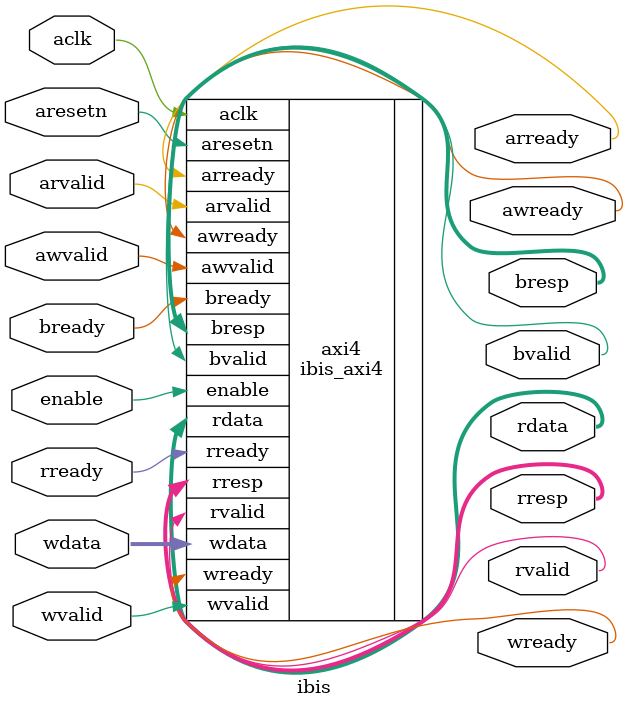
<source format=v>
/**
 *  Copyright 2025 Roland Metivier
 *
 *  SPDX-License-Identifier: Apache-2.0 WITH SHL-2.1
 *
 *  Licensed under the Solderpad Hardware License v 2.1 (the "License"); you may
 *  not use this file except in compliance with the License, or, at your option,
 *  the Apache License version 2.0.
 *
 *  You may obtain a copy of the License at
 *
 *  https://solderpad.org/licenses/SHL-2.1/
 *
 *  Unless required by applicable law or agreed to in writing, any work
 *  distributed under the License is distributed on an "AS IS" BASIS, WITHOUT
 *  WARRANTIES OR CONDITIONS OF ANY KIND, either express or implied.
 *
 *  See the License for the specific language governing permissions and
 *  limitations under the License.
 */
`timescale 1ns / 1ps
`default_nettype none
module ibis
 (input wire aclk,
  input wire aresetn,
  input wire enable,
  // ==========================================================================
  // AXI4 write address bus
  // TODO: awaddr
  input wire awvalid,
  output wire awready,
  // AXI4 write data bus
  input wire [31:0] wdata,
  input wire wvalid,
  output wire wready,
  // AXI4 write response bus
  output wire [1:0] bresp,
  output wire bvalid,
  input wire bready,
  // ==========================================================================
  // AXI4 read address bus
  // TODO: araddr
  input wire arvalid,
  output wire arready,
  // AXI4 read data bus
  output wire [31:0] rdata,
  output wire [1:0] rresp,
  output wire rvalid,
  input wire rready);

  ibis_axi4 axi4(
    .aclk(aclk),
    .aresetn(aresetn),
    .enable(enable),
    .awvalid(awvalid),
    .awready(awready),
    .wdata(wdata),
    .wvalid(wvalid),
    .wready(wready),
    .bresp(bresp),
    .bvalid(bvalid),
    .bready(bready),
    .arvalid(arvalid),
    .arready(arready),
    .rdata(rdata),
    .rresp(rresp),
    .rvalid(rvalid),
    .rready(rready)
  );
endmodule: ibis

</source>
